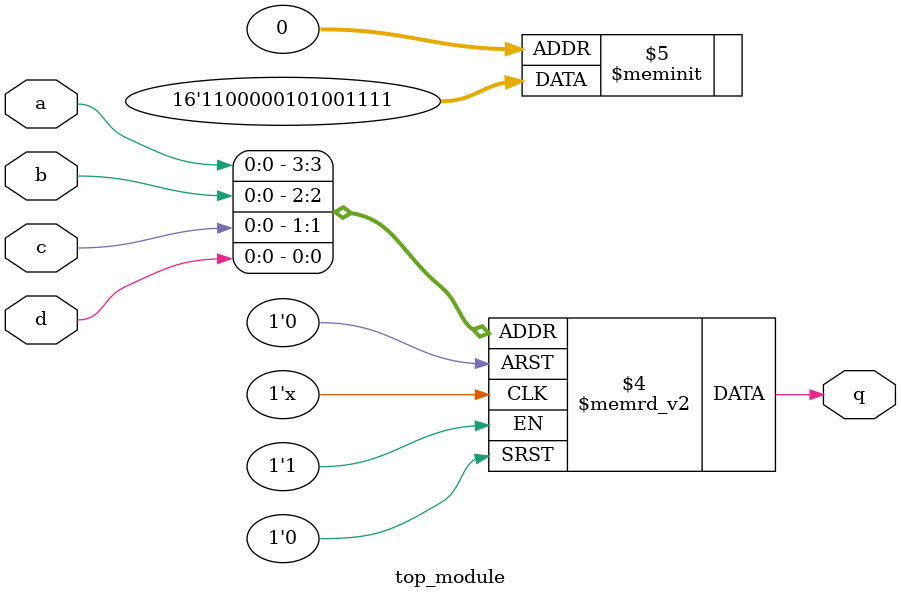
<source format=sv>
module top_module (
	input a,
	input b,
	input c,
	input d,
	output reg q
);
	always @* begin
		case({a, b, c, d})
			4'b0000: q = 1;
			4'b0001: q = 1;
			4'b0010: q = 1;
			4'b0011: q = 1;
			4'b0100: q = 0;
			4'b0101: q = 0;
			4'b0110: q = 1;
			4'b0111: q = 0;
			4'b1000: q = 1;
			4'b1001: q = 0;
			4'b1010: q = 0;
			4'b1011: q = 0;
			4'b1100: q = 0;
			4'b1101: q = 0;
			4'b1110: q = 1;
			4'b1111: q = 1;
		endcase
	end
endmodule

</source>
